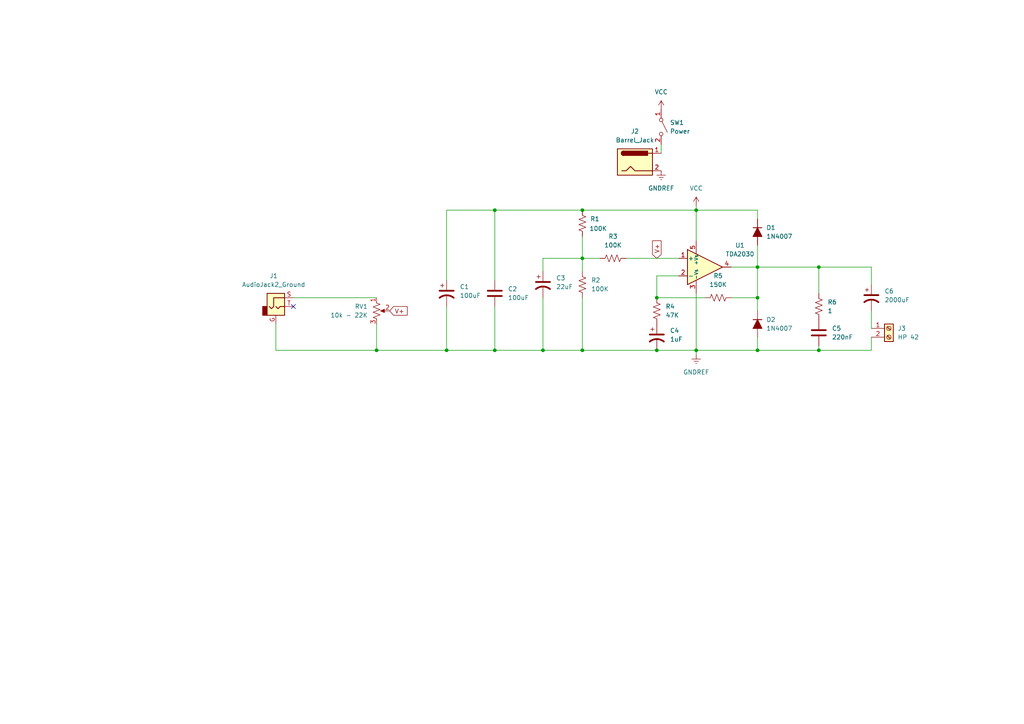
<source format=kicad_sch>
(kicad_sch (version 20231120) (generator "eeschema") (generator_version "8.0")
  (paper "A4")
  (lib_symbols
    (symbol "Amplifier_Audio:TDA2030" (pin_names (offset 0.127))
      (property "Reference" "U" (at 3.81 6.35 0))
      (property "Value" "TDA2030" (at 3.81 3.81 0))
      (symbol "TDA2030_0_1"
        (polyline (pts (xy -5.08 5.08) (xy 5.08 0) (xy -5.08 -5.08) (xy -5.08 5.08)) (stroke (width 0.254)) (fill (type background)))
      )
      (symbol "TDA2030_1_1"
        (pin input line (at -7.62 2.54 0) (length 2.54) (name "+") (number "1"))
        (pin input line (at -7.62 -2.54 0) (length 2.54) (name "-") (number "2"))
        (pin power_in line (at -2.54 -7.62 90) (length 3.81) (name "-Vs") (number "3"))
        (pin output line (at 7.62 0 180) (length 2.54) (name "~") (number "4"))
        (pin power_in line (at -2.54 7.62 270) (length 3.81) (name "+Vs") (number "5"))
      )
    )
    (symbol "Connector:Barrel_Jack" (pin_names (offset 1.016))
      (property "Reference" "J" (at 0 5.334 0))
      (property "Value" "Barrel_Jack" (at 0 -5.08 0))
      (symbol "Barrel_Jack_0_1"
        (rectangle (start -5.08 3.81) (end 5.08 -3.81) (stroke (width 0.254)) (fill (type background)))
        (arc (start -3.302 3.175) (mid -3.9343 2.54) (end -3.302 1.905) (stroke (width 0.254)))
        (arc (start -3.302 3.175) (mid -3.9343 2.54) (end -3.302 1.905) (stroke (width 0.254)) (fill (type outline)))
        (polyline (pts (xy 5.08 2.54) (xy 3.81 2.54)) (stroke (width 0.254)))
        (polyline (pts (xy -3.81 -2.54) (xy -2.54 -2.54) (xy -1.27 -1.27) (xy 0 -2.54) (xy 2.54 -2.54) (xy 5.08 -2.54)) (stroke (width 0.254)))
        (rectangle (start 3.683 3.175) (end -3.302 1.905) (stroke (width 0.254)) (fill (type outline)))
      )
      (symbol "Barrel_Jack_1_1"
        (pin passive line (at 7.62 2.54 180) (length 2.54) (name "~") (number "1"))
        (pin passive line (at 7.62 -2.54 180) (length 2.54) (name "~") (number "2"))
      )
    )
    (symbol "Connector:Screw_Terminal_01x02" (pin_names (offset 1.016) hide)
      (property "Reference" "J" (at 0 2.54 0))
      (property "Value" "Screw_Terminal_01x02" (at 0 -5.08 0))
      (symbol "Screw_Terminal_01x02_1_1"
        (rectangle (start -1.27 1.27) (end 1.27 -3.81) (stroke (width 0.254)) (fill (type background)))
        (circle (center 0 -2.54) (radius 0.635) (stroke (width 0.1524)))
        (polyline (pts (xy -0.5334 -2.2098) (xy 0.3302 -3.048)) (stroke (width 0.1524)))
        (polyline (pts (xy -0.5334 0.3302) (xy 0.3302 -0.508)) (stroke (width 0.1524)))
        (polyline (pts (xy -0.3556 -2.032) (xy 0.508 -2.8702)) (stroke (width 0.1524)))
        (polyline (pts (xy -0.3556 0.508) (xy 0.508 -0.3302)) (stroke (width 0.1524)))
        (circle (center 0 0) (radius 0.635) (stroke (width 0.1524)))
        (pin passive line (at -5.08 0 0) (length 3.81) (name "Pin_1") (number "1"))
        (pin passive line (at -5.08 -2.54 0) (length 3.81) (name "Pin_2") (number "2"))
      )
    )
    (symbol "Connector_Audio:AudioJack2_Ground"
      (property "Reference" "J" (at 0 8.89 0))
      (property "Value" "AudioJack2_Ground" (at 0 6.35 0))
      (symbol "AudioJack2_Ground_0_1"
        (rectangle (start -2.54 -2.54) (end -3.81 0) (stroke (width 0.254)) (fill (type outline)))
        (polyline (pts (xy 0 0) (xy 0.635 -0.635) (xy 1.27 0) (xy 2.54 0)) (stroke (width 0.254)))
        (polyline (pts (xy 2.54 2.54) (xy -0.635 2.54) (xy -0.635 0) (xy -1.27 -0.635) (xy -1.905 0)) (stroke (width 0.254)))
        (rectangle (start 2.54 3.81) (end -2.54 -2.54) (stroke (width 0.254)) (fill (type background)))
      )
      (symbol "AudioJack2_Ground_1_1"
        (pin passive line (at 0 -5.08 90) (length 2.54) (name "~") (number "G"))
        (pin passive line (at 5.08 2.54 180) (length 2.54) (name "~") (number "S"))
        (pin passive line (at 5.08 0 180) (length 2.54) (name "~") (number "T"))
      )
    )
    (symbol "Device:C" (pin_numbers hide) (pin_names (offset 0.254))
      (property "Reference" "C" (at 0.635 2.54 0))
      (property "Value" "C" (at 0.635 -2.54 0))
      (symbol "C_0_1"
        (polyline (pts (xy -2.032 -0.762) (xy 2.032 -0.762)) (stroke (width 0.508)))
        (polyline (pts (xy -2.032 0.762) (xy 2.032 0.762)) (stroke (width 0.508)))
      )
      (symbol "C_1_1"
        (pin passive line (at 0 3.81 270) (length 2.794) (name "~") (number "1"))
        (pin passive line (at 0 -3.81 90) (length 2.794) (name "~") (number "2"))
      )
    )
    (symbol "Device:C_Polarized_US" (pin_numbers hide) (pin_names (offset 0.254) hide)
      (property "Reference" "C" (at 0.635 2.54 0))
      (property "Value" "C_Polarized_US" (at 0.635 -2.54 0))
      (symbol "C_Polarized_US_0_1"
        (polyline (pts (xy -2.032 0.762) (xy 2.032 0.762)) (stroke (width 0.508)))
        (polyline (pts (xy -1.778 2.286) (xy -0.762 2.286)))
        (polyline (pts (xy -1.27 1.778) (xy -1.27 2.794)))
        (arc (start 2.032 -1.27) (mid 0 -0.5572) (end -2.032 -1.27) (stroke (width 0.508)))
      )
      (symbol "C_Polarized_US_1_1"
        (pin passive line (at 0 3.81 270) (length 2.794) (name "~") (number "1"))
        (pin passive line (at 0 -3.81 90) (length 3.302) (name "~") (number "2"))
      )
    )
    (symbol "Device:R_Potentiometer_US" (pin_names (offset 1.016) hide)
      (property "Reference" "RV" (at -4.445 0 90))
      (property "Value" "R_Potentiometer_US" (at -2.54 0 90))
      (symbol "R_Potentiometer_US_0_1"
        (polyline (pts (xy 0 -2.286) (xy 0 -2.54)))
        (polyline (pts (xy 0 2.54) (xy 0 2.286)))
        (polyline (pts (xy 2.54 0) (xy 1.524 0)))
        (polyline (pts (xy 1.143 0) (xy 2.286 0.508) (xy 2.286 -0.508) (xy 1.143 0)) (fill (type outline)))
        (polyline (pts (xy 0 -0.762) (xy 1.016 -1.143) (xy 0 -1.524) (xy -1.016 -1.905) (xy 0 -2.286)))
        (polyline (pts (xy 0 0.762) (xy 1.016 0.381) (xy 0 0) (xy -1.016 -0.381) (xy 0 -0.762)))
        (polyline (pts (xy 0 2.286) (xy 1.016 1.905) (xy 0 1.524) (xy -1.016 1.143) (xy 0 0.762)))
      )
      (symbol "R_Potentiometer_US_1_1"
        (pin passive line (at 0 3.81 270) (length 1.27) (name "1") (number "1"))
        (pin passive line (at 3.81 0 180) (length 1.27) (name "2") (number "2"))
        (pin passive line (at 0 -3.81 90) (length 1.27) (name "3") (number "3"))
      )
    )
    (symbol "Device:R_US" (pin_numbers hide) (pin_names (offset 0))
      (property "Reference" "R" (at 2.54 0 90))
      (property "Value" "R_US" (at -2.54 0 90))
      (symbol "R_US_0_1"
        (polyline (pts (xy 0 -2.286) (xy 0 -2.54)))
        (polyline (pts (xy 0 2.286) (xy 0 2.54)))
        (polyline (pts (xy 0 -0.762) (xy 1.016 -1.143) (xy 0 -1.524) (xy -1.016 -1.905) (xy 0 -2.286)))
        (polyline (pts (xy 0 0.762) (xy 1.016 0.381) (xy 0 0) (xy -1.016 -0.381) (xy 0 -0.762)))
        (polyline (pts (xy 0 2.286) (xy 1.016 1.905) (xy 0 1.524) (xy -1.016 1.143) (xy 0 0.762)))
      )
      (symbol "R_US_1_1"
        (pin passive line (at 0 3.81 270) (length 1.27) (name "~") (number "1"))
        (pin passive line (at 0 -3.81 90) (length 1.27) (name "~") (number "2"))
      )
    )
    (symbol "PCM_Diode_AKL:1N4007" (pin_numbers hide) (pin_names (offset 1.016) hide)
      (property "Reference" "D" (at 0 5.08 0))
      (property "Value" "1N4007" (at 0 2.54 0))
      (symbol "1N4007_0_1"
        (polyline (pts (xy -1.27 0) (xy 1.27 0)))
        (polyline (pts (xy 1.27 1.27) (xy 1.27 -1.27)) (stroke (width 0.254)))
        (polyline (pts (xy -1.27 1.27) (xy -1.27 -1.27) (xy 1.27 0) (xy -1.27 1.27)) (stroke (width 0.254)) (fill (type outline)))
      )
      (symbol "1N4007_0_2"
        (polyline (pts (xy -2.54 -2.54) (xy 2.54 2.54)))
        (polyline (pts (xy 0 1.778) (xy 1.778 0)) (stroke (width 0.254)))
        (polyline (pts (xy -0.889 -0.889) (xy -1.778 0) (xy 0.889 0.889) (xy 0 -1.778) (xy -0.889 -0.889)) (stroke (width 0.254)) (fill (type outline)))
      )
      (symbol "1N4007_1_1"
        (pin passive line (at 3.81 0 180) (length 2.54) (name "K") (number "1"))
        (pin passive line (at -3.81 0 0) (length 2.54) (name "A") (number "2"))
      )
      (symbol "1N4007_1_2"
        (pin passive line (at 2.54 2.54 180) (length 0) (name "K") (number "1"))
        (pin passive line (at -2.54 -2.54 0) (length 0) (name "A") (number "2"))
      )
    )
    (symbol "Switch:SW_SPST" (pin_names (offset 0) hide)
      (property "Reference" "SW" (at 0 3.175 0))
      (property "Value" "SW_SPST" (at 0 -2.54 0))
      (symbol "SW_SPST_0_0"
        (circle (center -2.032 0) (radius 0.508))
        (polyline (pts (xy -1.524 0.254) (xy 1.524 1.778)))
        (circle (center 2.032 0) (radius 0.508))
      )
      (symbol "SW_SPST_1_1"
        (pin passive line (at -5.08 0 0) (length 2.54) (name "A") (number "1"))
        (pin passive line (at 5.08 0 180) (length 2.54) (name "B") (number "2"))
      )
    )
    (symbol "power:GNDREF" (power) (pin_numbers hide) (pin_names (offset 0) hide)
      (property "Value" "GNDREF" (at 0 -3.81 0))
      (symbol "GNDREF_0_1"
        (polyline (pts (xy -0.635 -1.905) (xy 0.635 -1.905)))
        (polyline (pts (xy -0.127 -2.54) (xy 0.127 -2.54)))
        (polyline (pts (xy 0 -1.27) (xy 0 0)))
        (polyline (pts (xy 1.27 -1.27) (xy -1.27 -1.27)))
      )
      (symbol "GNDREF_1_1"
        (pin power_in line (at 0 0 270) (length 0) (name "~") (number "1"))
      )
    )
    (symbol "power:VCC" (power) (pin_numbers hide) (pin_names (offset 0) hide)
      (property "Value" "VCC" (at 0 3.556 0))
      (symbol "VCC_0_1"
        (polyline (pts (xy -0.762 1.27) (xy 0 2.54)))
        (polyline (pts (xy 0 0) (xy 0 2.54)))
        (polyline (pts (xy 0 2.54) (xy 0.762 1.27)))
      )
      (symbol "VCC_1_1"
        (pin power_in line (at 0 0 90) (length 0) (name "~") (number "1"))
      )
    )
  )
  (junction (at 168.91 101.6))
  (junction (at 190.5 86.36))
  (junction (at 237.49 77.47))
  (junction (at 143.51 60.96))
  (junction (at 168.91 74.93))
  (junction (at 143.51 101.6))
  (junction (at 219.71 86.36))
  (junction (at 219.71 101.6))
  (junction (at 168.91 60.96))
  (junction (at 201.93 101.6))
  (junction (at 157.48 101.6))
  (junction (at 237.49 101.6))
  (junction (at 201.93 60.96))
  (junction (at 219.71 77.47))
  (junction (at 109.22 101.6))
  (junction (at 190.5 101.6))
  (junction (at 129.54 101.6))
  (no_connect (at 85.09 88.9))
  (wire (pts (xy 237.49 101.6) (xy 219.71 101.6)))
  (wire (pts (xy 143.51 101.6) (xy 157.48 101.6)))
  (wire (pts (xy 80.01 101.6) (xy 109.22 101.6)))
  (wire (pts (xy 237.49 77.47) (xy 219.71 77.47)))
  (wire (pts (xy 190.5 101.6) (xy 201.93 101.6)))
  (wire (pts (xy 129.54 88.9) (xy 129.54 101.6)))
  (wire (pts (xy 219.71 77.47) (xy 219.71 86.36)))
  (wire (pts (xy 85.09 86.36) (xy 109.22 86.36)))
  (wire (pts (xy 252.73 97.79) (xy 252.73 101.6)))
  (wire (pts (xy 201.93 60.96) (xy 219.71 60.96)))
  (wire (pts (xy 201.93 102.87) (xy 201.93 101.6)))
  (wire (pts (xy 157.48 86.36) (xy 157.48 101.6)))
  (wire (pts (xy 252.73 82.55) (xy 252.73 77.47)))
  (wire (pts (xy 219.71 71.12) (xy 219.71 77.47)))
  (wire (pts (xy 201.93 60.96) (xy 201.93 69.85)))
  (wire (pts (xy 212.09 77.47) (xy 219.71 77.47)))
  (wire (pts (xy 168.91 74.93) (xy 168.91 78.74)))
  (wire (pts (xy 109.22 101.6) (xy 129.54 101.6)))
  (wire (pts (xy 252.73 90.17) (xy 252.73 95.25)))
  (wire (pts (xy 129.54 60.96) (xy 143.51 60.96)))
  (wire (pts (xy 190.5 80.01) (xy 190.5 86.36)))
  (wire (pts (xy 219.71 60.96) (xy 219.71 63.5)))
  (wire (pts (xy 143.51 81.28) (xy 143.51 60.96)))
  (wire (pts (xy 157.48 78.74) (xy 157.48 74.93)))
  (wire (pts (xy 109.22 93.98) (xy 109.22 101.6)))
  (wire (pts (xy 168.91 74.93) (xy 173.99 74.93)))
  (wire (pts (xy 80.01 101.6) (xy 80.01 93.98)))
  (wire (pts (xy 168.91 60.96) (xy 201.93 60.96)))
  (wire (pts (xy 168.91 68.58) (xy 168.91 74.93)))
  (wire (pts (xy 129.54 81.28) (xy 129.54 60.96)))
  (wire (pts (xy 219.71 97.79) (xy 219.71 101.6)))
  (wire (pts (xy 252.73 77.47) (xy 237.49 77.47)))
  (wire (pts (xy 129.54 101.6) (xy 143.51 101.6)))
  (wire (pts (xy 143.51 60.96) (xy 168.91 60.96)))
  (wire (pts (xy 219.71 101.6) (xy 201.93 101.6)))
  (wire (pts (xy 168.91 86.36) (xy 168.91 101.6)))
  (wire (pts (xy 168.91 101.6) (xy 190.5 101.6)))
  (wire (pts (xy 212.09 86.36) (xy 219.71 86.36)))
  (wire (pts (xy 201.93 59.69) (xy 201.93 60.96)))
  (wire (pts (xy 157.48 74.93) (xy 168.91 74.93)))
  (wire (pts (xy 196.85 80.01) (xy 190.5 80.01)))
  (wire (pts (xy 191.77 41.91) (xy 191.77 44.45)))
  (wire (pts (xy 237.49 101.6) (xy 252.73 101.6)))
  (wire (pts (xy 143.51 88.9) (xy 143.51 101.6)))
  (wire (pts (xy 168.91 101.6) (xy 157.48 101.6)))
  (wire (pts (xy 219.71 86.36) (xy 219.71 90.17)))
  (wire (pts (xy 237.49 85.09) (xy 237.49 77.47)))
  (wire (pts (xy 237.49 100.33) (xy 237.49 101.6)))
  (wire (pts (xy 190.5 86.36) (xy 204.47 86.36)))
  (wire (pts (xy 181.61 74.93) (xy 196.85 74.93)))
  (wire (pts (xy 201.93 85.09) (xy 201.93 101.6)))
  (global_label "V+" (shape input) (at 113.03 90.17 0) (property "Intersheetrefs" "${INTERSHEET_REFS}" (effects (hide yes))))
  (global_label "V+" (shape input) (at 190.5 74.93 90) (property "Intersheetrefs" "${INTERSHEET_REFS}" (effects (hide yes))))
  (symbol (lib_id "power:GNDREF") (at 201.93 102.87 0) (unit 1)
    (property "Reference" "#PWR04" (effects (hide yes)))
    (property "Value" "GNDREF" (at 201.93 107.95 0))
    (property "Description" "Power symbol creates a global label with name \"GNDREF\" , reference supply ground" (effects (hide yes)))
  )
  (symbol (lib_id "Connector_Audio:AudioJack2_Ground") (at 80.01 88.9 0) (unit 1)
    (property "Reference" "J1" (at 79.375 80.01 0))
    (property "Value" "AudioJack2_Ground" (at 79.375 82.55 0))
    (property "Footprint" "Connector_Audio:Jack_3.5mm_CUI_SJ1-3523N_Horizontal" (effects (hide yes)))
    (property "Description" "Audio Jack, 2 Poles (Mono / TS), Grounded Sleeve" (effects (hide yes)))
  )
  (symbol (lib_id "Connector:Barrel_Jack") (at 184.15 46.99 0) (unit 1)
    (property "Reference" "J2" (at 184.15 38.1 0))
    (property "Value" "Barrel_Jack" (at 184.15 40.64 0))
    (property "Footprint" "Connector_BarrelJack:BarrelJack_SwitchcraftConxall_RAPC10U_Horizontal" (effects (hide yes)))
    (property "Description" "DC Barrel Jack" (effects (hide yes)))
  )
  (symbol (lib_id "Device:R_US") (at 168.91 64.77 0) (unit 1)
    (property "Reference" "R1" (at 171.196 63.5 0) (effects (justify left)))
    (property "Value" "100K" (at 170.942 66.294 0) (effects (justify left)))
    (property "Footprint" "PCM_Resistor_THT_AKL:R_Axial_DIN0309_L9.0mm_D3.2mm_P15.24mm_Horizontal" (effects (hide yes)))
    (property "Description" "Resistor, US symbol" (effects (hide yes)))
  )
  (symbol (lib_id "Device:R_US") (at 168.91 82.55 0) (unit 1)
    (property "Reference" "R2" (at 171.45 81.2799 0) (effects (justify left)))
    (property "Value" "100K" (at 171.45 83.8199 0) (effects (justify left)))
    (property "Footprint" "PCM_Resistor_THT_AKL:R_Axial_DIN0309_L9.0mm_D3.2mm_P15.24mm_Horizontal" (effects (hide yes)))
    (property "Description" "Resistor, US symbol" (effects (hide yes)))
  )
  (symbol (lib_id "Device:C_Polarized_US") (at 157.48 82.55 0) (unit 1)
    (property "Reference" "C3" (at 161.29 80.6449 0) (effects (justify left)))
    (property "Value" "22uF" (at 161.29 83.1849 0) (effects (justify left)))
    (property "Footprint" "Capacitor_THT:CP_Radial_D5.0mm_P2.50mm" (effects (hide yes)))
    (property "Description" "Polarized capacitor, US symbol" (effects (hide yes)))
  )
  (symbol (lib_id "Device:C") (at 237.49 96.52 0) (unit 1)
    (property "Reference" "C5" (at 241.3 95.2499 0) (effects (justify left)))
    (property "Value" "220nF" (at 241.3 97.7899 0) (effects (justify left)))
    (property "Footprint" "Capacitor_THT:C_Disc_D5.0mm_W2.5mm_P2.50mm" (effects (hide yes)))
    (property "Description" "Unpolarized capacitor" (effects (hide yes)))
  )
  (symbol (lib_id "power:GNDREF") (at 191.77 49.53 0) (unit 1)
    (property "Reference" "#PWR02" (effects (hide yes)))
    (property "Value" "GNDREF" (at 191.77 54.61 0))
    (property "Description" "Power symbol creates a global label with name \"GNDREF\" , reference supply ground" (effects (hide yes)))
  )
  (symbol (lib_id "Amplifier_Audio:TDA2030") (at 204.47 77.47 0) (unit 1)
    (property "Reference" "U1" (at 214.63 71.1514 0))
    (property "Value" "TDA2030" (at 214.63 73.6914 0))
    (property "Footprint" "Package_TO_SOT_THT:TO-220-5_P3.4x3.7mm_StaggerOdd_Lead3.8mm_Vertical" (effects (hide yes)))
    (property "Datasheet" "http://www.st.com/resource/en/datasheet/cd00000128.pdf" (effects (hide yes)))
    (property "Description" "14W Hi-Fi Audio Amplifier, TO-220-5" (effects (hide yes)))
  )
  (symbol (lib_id "Connector:Screw_Terminal_01x02") (at 257.81 95.25 0) (unit 1)
    (property "Reference" "J3" (at 260.35 95.2499 0) (effects (justify left)))
    (property "Value" "HP 42" (at 260.35 97.7899 0) (effects (justify left)))
    (property "Footprint" "TerminalBlock_Phoenix:TerminalBlock_Phoenix_MKDS-1,5-2-5.08_1x02_P5.08mm_Horizontal" (effects (hide yes)))
    (property "Description" "Generic screw terminal, single row, 01x02, script generated (kicad-library-utils/schlib/autogen/connector/)" (effects (hide yes)))
  )
  (symbol (lib_id "Device:R_US") (at 177.8 74.93 90) (unit 1)
    (property "Reference" "R3" (at 177.8 68.58 90))
    (property "Value" "100K" (at 177.8 71.12 90))
    (property "Footprint" "PCM_Resistor_THT_AKL:R_Axial_DIN0309_L9.0mm_D3.2mm_P15.24mm_Horizontal" (effects (hide yes)))
    (property "Description" "Resistor, US symbol" (effects (hide yes)))
  )
  (symbol (lib_id "Device:R_US") (at 237.49 88.9 0) (unit 1)
    (property "Reference" "R6" (at 240.03 87.6299 0) (effects (justify left)))
    (property "Value" "1" (at 240.03 90.1699 0) (effects (justify left)))
    (property "Footprint" "PCM_Resistor_THT_AKL:R_Axial_DIN0309_L9.0mm_D3.2mm_P15.24mm_Horizontal" (effects (hide yes)))
    (property "Description" "Resistor, US symbol" (effects (hide yes)))
  )
  (symbol (lib_id "power:VCC") (at 191.77 31.75 0) (unit 1)
    (property "Reference" "#PWR01" (effects (hide yes)))
    (property "Value" "VCC" (at 191.77 26.67 0))
    (property "Description" "Power symbol creates a global label with name \"VCC\"" (effects (hide yes)))
  )
  (symbol (lib_id "Device:R_US") (at 208.28 86.36 90) (unit 1)
    (property "Reference" "R5" (at 208.28 80.01 90))
    (property "Value" "150K" (at 208.28 82.55 90))
    (property "Footprint" "PCM_Resistor_THT_AKL:R_Axial_DIN0309_L9.0mm_D3.2mm_P15.24mm_Horizontal" (effects (hide yes)))
    (property "Description" "Resistor, US symbol" (effects (hide yes)))
  )
  (symbol (lib_id "PCM_Diode_AKL:1N4007") (at 219.71 93.98 90) (unit 1)
    (property "Reference" "D2" (at 222.25 92.7099 90) (effects (justify right)))
    (property "Value" "1N4007" (at 222.25 95.2499 90) (effects (justify right)))
    (property "Footprint" "PCM_Diode_THT_AKL:D_DO-41_SOD81_P7.62mm_Horizontal" (effects (hide yes)))
    (property "Datasheet" "https://www.tme.eu/Document/5f8ffc5ac30fc86bac97d66040bf5502/1n400x.pdf" (effects (hide yes)))
    (property "Description" "DO-41 Diode, Rectifier, 1000V, 1A, Alternate KiCad Library" (effects (hide yes)))
  )
  (symbol (lib_id "Device:C_Polarized_US") (at 190.5 97.79 0) (unit 1)
    (property "Reference" "C4" (at 194.31 95.8849 0) (effects (justify left)))
    (property "Value" "1uF" (at 194.31 98.4249 0) (effects (justify left)))
    (property "Footprint" "Capacitor_THT:CP_Radial_D5.0mm_P2.00mm" (effects (hide yes)))
    (property "Description" "Polarized capacitor, US symbol" (effects (hide yes)))
  )
  (symbol (lib_id "Device:R_Potentiometer_US") (at 109.22 90.17 0) (unit 1)
    (property "Reference" "RV1" (at 106.68 88.8999 0) (effects (justify right)))
    (property "Value" "10k - 22K" (at 106.68 91.4399 0) (effects (justify right)))
    (property "Footprint" "PCM_Potentiometer_THT_AKL:Potentiometer_Piher_T-16H_Single_Horizontal" (effects (hide yes)))
    (property "Description" "Potentiometer, US symbol" (effects (hide yes)))
  )
  (symbol (lib_id "Device:C_Polarized_US") (at 252.73 86.36 0) (unit 1)
    (property "Reference" "C6" (at 256.54 84.4549 0) (effects (justify left)))
    (property "Value" "2000uF" (at 256.54 86.9949 0) (effects (justify left)))
    (property "Footprint" "Capacitor_THT:CP_Radial_D10.0mm_P7.50mm" (effects (hide yes)))
    (property "Description" "Polarized capacitor, US symbol" (effects (hide yes)))
  )
  (symbol (lib_id "power:VCC") (at 201.93 59.69 0) (unit 1)
    (property "Reference" "#PWR03" (effects (hide yes)))
    (property "Value" "VCC" (at 201.93 54.61 0))
    (property "Description" "Power symbol creates a global label with name \"VCC\"" (effects (hide yes)))
  )
  (symbol (lib_id "Device:R_US") (at 190.5 90.17 0) (unit 1)
    (property "Reference" "R4" (at 193.04 88.8999 0) (effects (justify left)))
    (property "Value" "47K" (at 193.04 91.4399 0) (effects (justify left)))
    (property "Footprint" "PCM_Resistor_THT_AKL:R_Axial_DIN0309_L9.0mm_D3.2mm_P15.24mm_Horizontal" (effects (hide yes)))
    (property "Description" "Resistor, US symbol" (effects (hide yes)))
  )
  (symbol (lib_id "Switch:SW_SPST") (at 191.77 36.83 270) (unit 1)
    (property "Reference" "SW1" (at 194.31 35.5599 90) (effects (justify left)))
    (property "Value" "Power" (at 194.31 38.0999 90) (effects (justify left)))
    (property "Footprint" "Button_Switch_THT:SW_PUSH_1P1T_6x3.5mm_H4.3_APEM_MJTP1243" (effects (hide yes)))
    (property "Description" "Single Pole Single Throw (SPST) switch" (effects (hide yes)))
  )
  (symbol (lib_id "Device:C_Polarized_US") (at 129.54 85.09 0) (unit 1)
    (property "Reference" "C1" (at 133.35 83.1849 0) (effects (justify left)))
    (property "Value" "100uF" (at 133.35 85.7249 0) (effects (justify left)))
    (property "Footprint" "Capacitor_THT:CP_Radial_D5.0mm_P2.50mm" (effects (hide yes)))
    (property "Description" "Polarized capacitor, US symbol" (effects (hide yes)))
  )
  (symbol (lib_id "PCM_Diode_AKL:1N4007") (at 219.71 67.31 90) (unit 1)
    (property "Reference" "D1" (at 222.25 66.0399 90) (effects (justify right)))
    (property "Value" "1N4007" (at 222.25 68.5799 90) (effects (justify right)))
    (property "Footprint" "PCM_Diode_THT_AKL:D_DO-41_SOD81_P7.62mm_Horizontal" (effects (hide yes)))
    (property "Datasheet" "https://www.tme.eu/Document/5f8ffc5ac30fc86bac97d66040bf5502/1n400x.pdf" (effects (hide yes)))
    (property "Description" "DO-41 Diode, Rectifier, 1000V, 1A, Alternate KiCad Library" (effects (hide yes)))
  )
  (symbol (lib_id "Device:C") (at 143.51 85.09 0) (unit 1)
    (property "Reference" "C2" (at 147.32 83.8199 0) (effects (justify left)))
    (property "Value" "100uF" (at 147.32 86.3599 0) (effects (justify left)))
    (property "Footprint" "Capacitor_THT:C_Disc_D11.0mm_W5.0mm_P7.50mm" (effects (hide yes)))
    (property "Description" "Unpolarized capacitor" (effects (hide yes)))
  )
)
</source>
